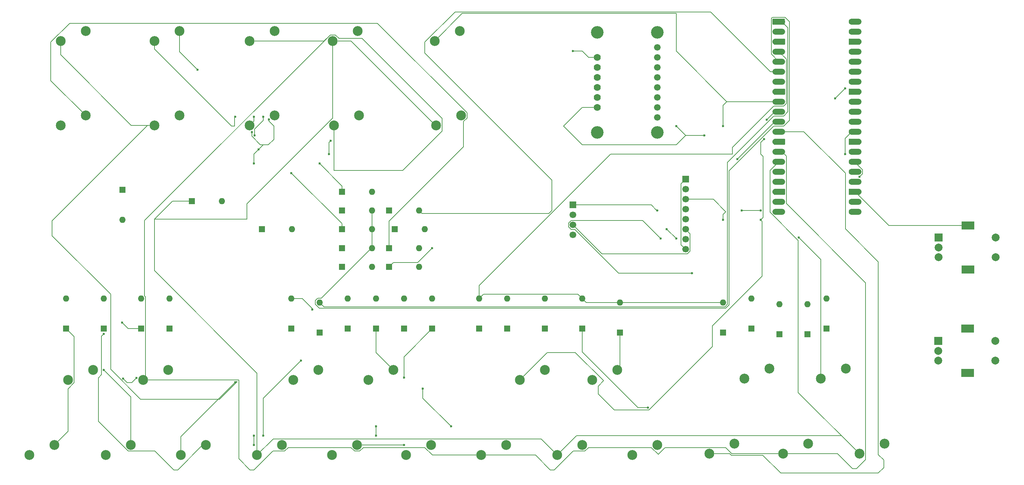
<source format=gbr>
%TF.GenerationSoftware,KiCad,Pcbnew,9.0.5*%
%TF.CreationDate,2025-10-11T12:45:19-04:00*%
%TF.ProjectId,midikeyboard,6d696469-6b65-4796-926f-6172642e6b69,rev?*%
%TF.SameCoordinates,Original*%
%TF.FileFunction,Copper,L1,Top*%
%TF.FilePolarity,Positive*%
%FSLAX46Y46*%
G04 Gerber Fmt 4.6, Leading zero omitted, Abs format (unit mm)*
G04 Created by KiCad (PCBNEW 9.0.5) date 2025-10-11 12:45:19*
%MOMM*%
%LPD*%
G01*
G04 APERTURE LIST*
G04 Aperture macros list*
%AMRoundRect*
0 Rectangle with rounded corners*
0 $1 Rounding radius*
0 $2 $3 $4 $5 $6 $7 $8 $9 X,Y pos of 4 corners*
0 Add a 4 corners polygon primitive as box body*
4,1,4,$2,$3,$4,$5,$6,$7,$8,$9,$2,$3,0*
0 Add four circle primitives for the rounded corners*
1,1,$1+$1,$2,$3*
1,1,$1+$1,$4,$5*
1,1,$1+$1,$6,$7*
1,1,$1+$1,$8,$9*
0 Add four rect primitives between the rounded corners*
20,1,$1+$1,$2,$3,$4,$5,0*
20,1,$1+$1,$4,$5,$6,$7,0*
20,1,$1+$1,$6,$7,$8,$9,0*
20,1,$1+$1,$8,$9,$2,$3,0*%
%AMFreePoly0*
4,1,37,0.800000,0.796148,0.878414,0.796148,1.032228,0.765552,1.177117,0.705537,1.307515,0.618408,1.418408,0.507515,1.505537,0.377117,1.565552,0.232228,1.596148,0.078414,1.596148,-0.078414,1.565552,-0.232228,1.505537,-0.377117,1.418408,-0.507515,1.307515,-0.618408,1.177117,-0.705537,1.032228,-0.765552,0.878414,-0.796148,0.800000,-0.796148,0.800000,-0.800000,-1.400000,-0.800000,
-1.403843,-0.796157,-1.439018,-0.796157,-1.511114,-0.766294,-1.566294,-0.711114,-1.596157,-0.639018,-1.596157,-0.603843,-1.600000,-0.600000,-1.600000,0.600000,-1.596157,0.603843,-1.596157,0.639018,-1.566294,0.711114,-1.511114,0.766294,-1.439018,0.796157,-1.403843,0.796157,-1.400000,0.800000,0.800000,0.800000,0.800000,0.796148,0.800000,0.796148,$1*%
%AMFreePoly1*
4,1,37,1.403843,0.796157,1.439018,0.796157,1.511114,0.766294,1.566294,0.711114,1.596157,0.639018,1.596157,0.603843,1.600000,0.600000,1.600000,-0.600000,1.596157,-0.603843,1.596157,-0.639018,1.566294,-0.711114,1.511114,-0.766294,1.439018,-0.796157,1.403843,-0.796157,1.400000,-0.800000,-0.800000,-0.800000,-0.800000,-0.796148,-0.878414,-0.796148,-1.032228,-0.765552,-1.177117,-0.705537,
-1.307515,-0.618408,-1.418408,-0.507515,-1.505537,-0.377117,-1.565552,-0.232228,-1.596148,-0.078414,-1.596148,0.078414,-1.565552,0.232228,-1.505537,0.377117,-1.418408,0.507515,-1.307515,0.618408,-1.177117,0.705537,-1.032228,0.765552,-0.878414,0.796148,-0.800000,0.796148,-0.800000,0.800000,1.400000,0.800000,1.403843,0.796157,1.403843,0.796157,$1*%
%AMFreePoly2*
4,1,37,0.603843,0.796157,0.639018,0.796157,0.711114,0.766294,0.766294,0.711114,0.796157,0.639018,0.796157,0.603843,0.800000,0.600000,0.800000,-0.600000,0.796157,-0.603843,0.796157,-0.639018,0.766294,-0.711114,0.711114,-0.766294,0.639018,-0.796157,0.603843,-0.796157,0.600000,-0.800000,0.000000,-0.800000,0.000000,-0.796148,-0.078414,-0.796148,-0.232228,-0.765552,-0.377117,-0.705537,
-0.507515,-0.618408,-0.618408,-0.507515,-0.705537,-0.377117,-0.765552,-0.232228,-0.796148,-0.078414,-0.796148,0.078414,-0.765552,0.232228,-0.705537,0.377117,-0.618408,0.507515,-0.507515,0.618408,-0.377117,0.705537,-0.232228,0.765552,-0.078414,0.796148,0.000000,0.796148,0.000000,0.800000,0.600000,0.800000,0.603843,0.796157,0.603843,0.796157,$1*%
%AMFreePoly3*
4,1,37,0.000000,0.796148,0.078414,0.796148,0.232228,0.765552,0.377117,0.705537,0.507515,0.618408,0.618408,0.507515,0.705537,0.377117,0.765552,0.232228,0.796148,0.078414,0.796148,-0.078414,0.765552,-0.232228,0.705537,-0.377117,0.618408,-0.507515,0.507515,-0.618408,0.377117,-0.705537,0.232228,-0.765552,0.078414,-0.796148,0.000000,-0.796148,0.000000,-0.800000,-0.600000,-0.800000,
-0.603843,-0.796157,-0.639018,-0.796157,-0.711114,-0.766294,-0.766294,-0.711114,-0.796157,-0.639018,-0.796157,-0.603843,-0.800000,-0.600000,-0.800000,0.600000,-0.796157,0.603843,-0.796157,0.639018,-0.766294,0.711114,-0.711114,0.766294,-0.639018,0.796157,-0.603843,0.796157,-0.600000,0.800000,0.000000,0.800000,0.000000,0.796148,0.000000,0.796148,$1*%
G04 Aperture macros list end*
%TA.AperFunction,ComponentPad*%
%ADD10C,2.500000*%
%TD*%
%TA.AperFunction,ComponentPad*%
%ADD11R,1.600000X1.600000*%
%TD*%
%TA.AperFunction,ComponentPad*%
%ADD12O,1.600000X1.600000*%
%TD*%
%TA.AperFunction,ComponentPad*%
%ADD13R,2.000000X2.000000*%
%TD*%
%TA.AperFunction,ComponentPad*%
%ADD14C,2.000000*%
%TD*%
%TA.AperFunction,ComponentPad*%
%ADD15R,3.200000X2.000000*%
%TD*%
%TA.AperFunction,ComponentPad*%
%ADD16C,1.676400*%
%TD*%
%TA.AperFunction,ComponentPad*%
%ADD17C,1.778000*%
%TD*%
%TA.AperFunction,ComponentPad*%
%ADD18C,3.200000*%
%TD*%
%TA.AperFunction,ComponentPad*%
%ADD19R,1.700000X1.700000*%
%TD*%
%TA.AperFunction,ComponentPad*%
%ADD20C,1.700000*%
%TD*%
%TA.AperFunction,SMDPad,CuDef*%
%ADD21FreePoly0,0.000000*%
%TD*%
%TA.AperFunction,ComponentPad*%
%ADD22RoundRect,0.200000X-0.600000X-0.600000X0.600000X-0.600000X0.600000X0.600000X-0.600000X0.600000X0*%
%TD*%
%TA.AperFunction,SMDPad,CuDef*%
%ADD23RoundRect,0.800000X-0.800000X-0.000010X0.800000X-0.000010X0.800000X0.000010X-0.800000X0.000010X0*%
%TD*%
%TA.AperFunction,ComponentPad*%
%ADD24C,1.600000*%
%TD*%
%TA.AperFunction,SMDPad,CuDef*%
%ADD25FreePoly1,0.000000*%
%TD*%
%TA.AperFunction,ComponentPad*%
%ADD26FreePoly2,0.000000*%
%TD*%
%TA.AperFunction,ComponentPad*%
%ADD27FreePoly3,0.000000*%
%TD*%
%TA.AperFunction,ViaPad*%
%ADD28C,0.600000*%
%TD*%
%TA.AperFunction,Conductor*%
%ADD29C,0.200000*%
%TD*%
G04 APERTURE END LIST*
D10*
%TO.P,S19,1,1*%
%TO.N,col0*%
X205422500Y-130810000D03*
%TO.P,S19,2,2*%
%TO.N,Net-(D19-K)*%
X211772500Y-128270000D03*
%TD*%
D11*
%TO.P,D29,1,K*%
%TO.N,Net-(D29-K)*%
X103346250Y-83343750D03*
D12*
%TO.P,D29,2,A*%
%TO.N,row4*%
X110966250Y-83343750D03*
%TD*%
D10*
%TO.P,S20,1,1*%
%TO.N,col1*%
X224790000Y-130810000D03*
%TO.P,S20,2,2*%
%TO.N,Net-(D20-K)*%
X231140000Y-128270000D03*
%TD*%
D11*
%TO.P,D9,1,K*%
%TO.N,Net-(D9-K)*%
X104775000Y-118110000D03*
D12*
%TO.P,D9,2,A*%
%TO.N,row1*%
X104775000Y-110490000D03*
%TD*%
D10*
%TO.P,S15,1,1*%
%TO.N,col2*%
X166846250Y-131127500D03*
%TO.P,S15,2,2*%
%TO.N,Net-(D15-K)*%
X173196250Y-128587500D03*
%TD*%
%TO.P,S27,1,1*%
%TO.N,col2*%
X55721250Y-66516250D03*
%TO.P,S27,2,2*%
%TO.N,Net-(D27-K)*%
X62071250Y-63976250D03*
%TD*%
%TO.P,S21,1,1*%
%TO.N,col2*%
X31908750Y-45085000D03*
%TO.P,S21,2,2*%
%TO.N,Net-(D21-K)*%
X38258750Y-42545000D03*
%TD*%
D11*
%TO.P,D8,1,K*%
%TO.N,Net-(D8-K)*%
X119062500Y-118110000D03*
D12*
%TO.P,D8,2,A*%
%TO.N,row1*%
X119062500Y-110490000D03*
%TD*%
D13*
%TO.P,SW2,A,A*%
%TO.N,a2*%
X254581250Y-121206250D03*
D14*
%TO.P,SW2,B,B*%
%TO.N,b2*%
X254581250Y-126206250D03*
%TO.P,SW2,C,C*%
%TO.N,GND*%
X254581250Y-123706250D03*
D15*
%TO.P,SW2,MP,MP*%
X262081250Y-118106250D03*
X262081250Y-129306250D03*
D14*
%TO.P,SW2,S1,S1*%
%TO.N,2s1*%
X269081250Y-126206250D03*
%TO.P,SW2,S2,S2*%
%TO.N,2s2*%
X269081250Y-121206250D03*
%TD*%
D10*
%TO.P,S1,1,1*%
%TO.N,col0*%
X23971250Y-150177500D03*
%TO.P,S1,2,2*%
%TO.N,Net-(D1-K)*%
X30321250Y-147637500D03*
%TD*%
D11*
%TO.P,D28,1,K*%
%TO.N,Net-(D28-K)*%
X115252500Y-88106250D03*
D12*
%TO.P,D28,2,A*%
%TO.N,row4*%
X122872500Y-88106250D03*
%TD*%
D16*
%TO.P,U1,1,CPVDD*%
%TO.N,unconnected-(U1-CPVDD-Pad1)*%
X183356250Y-64452500D03*
%TO.P,U1,2,CAPP*%
%TO.N,unconnected-(U1-CAPP-Pad2)*%
X183356250Y-61912500D03*
%TO.P,U1,3,CPGND*%
%TO.N,GND*%
X183356250Y-59372500D03*
%TO.P,U1,4,CAPM*%
%TO.N,unconnected-(U1-CAPM-Pad4)*%
X183356250Y-56832500D03*
%TO.P,U1,5,VNEG*%
%TO.N,unconnected-(U1-VNEG-Pad5)*%
X183356250Y-54292500D03*
%TO.P,U1,6,OUTL*%
%TO.N,unconnected-(U1-OUTL-Pad6)*%
X183356250Y-51752500D03*
%TO.P,U1,7,OUTR*%
%TO.N,unconnected-(U1-OUTR-Pad7)*%
X183356250Y-49212500D03*
%TO.P,U1,8,AVDD*%
%TO.N,unconnected-(U1-AVDD-Pad8)*%
X183356250Y-46672500D03*
D17*
%TO.P,U1,9,AGND*%
%TO.N,GND*%
X168116250Y-61912500D03*
%TO.P,U1,10,DEMP*%
%TO.N,unconnected-(U1-DEMP-Pad10)*%
X168116250Y-59372500D03*
%TO.P,U1,11,FLT*%
%TO.N,unconnected-(U1-FLT-Pad11)*%
X168116250Y-56832500D03*
%TO.P,U1,12,SCK*%
%TO.N,unconnected-(U1-SCK-Pad12)*%
X168116250Y-54292500D03*
%TO.P,U1,13,BCK*%
%TO.N,BCK*%
X168116250Y-51752500D03*
%TO.P,U1,14,DIN*%
%TO.N,din*%
X168116250Y-49212500D03*
D18*
%TO.P,U1,P1*%
%TO.N,N/C*%
X168116250Y-68262500D03*
X183356250Y-68262500D03*
X168116250Y-42862500D03*
X183356250Y-42862500D03*
%TD*%
D10*
%TO.P,S6,1,1*%
%TO.N,col5*%
X81756250Y-150177500D03*
%TO.P,S6,2,2*%
%TO.N,Net-(D6-K)*%
X88106250Y-147637500D03*
%TD*%
%TO.P,S29,1,1*%
%TO.N,col4*%
X101282500Y-66516250D03*
%TO.P,S29,2,2*%
%TO.N,Net-(D29-K)*%
X107632500Y-63976250D03*
%TD*%
D19*
%TO.P,J1,1,Pin_1*%
%TO.N,+3V3*%
X190500000Y-80168750D03*
D20*
%TO.P,J1,2,Pin_2*%
%TO.N,GND*%
X190500000Y-82708750D03*
%TO.P,J1,3,Pin_3*%
%TO.N,CS_LCD*%
X190500000Y-85248750D03*
%TO.P,J1,4,Pin_4*%
%TO.N,RST*%
X190500000Y-87788750D03*
%TO.P,J1,5,Pin_5*%
%TO.N,A0*%
X190500000Y-90328750D03*
%TO.P,J1,6,Pin_6*%
%TO.N,MOSI*%
X190500000Y-92868750D03*
%TO.P,J1,7,Pin_7*%
%TO.N,SCK*%
X190500000Y-95408750D03*
%TO.P,J1,8,Pin_8*%
%TO.N,+3V3*%
X190500000Y-97948750D03*
%TD*%
D11*
%TO.P,D18,1,K*%
%TO.N,Net-(D18-K)*%
X214312500Y-119538750D03*
D12*
%TO.P,D18,2,A*%
%TO.N,row2*%
X214312500Y-111918750D03*
%TD*%
D10*
%TO.P,S11,1,1*%
%TO.N,col4*%
X138588750Y-150177500D03*
%TO.P,S11,2,2*%
%TO.N,Net-(D11-K)*%
X144938750Y-147637500D03*
%TD*%
D11*
%TO.P,D10,1,K*%
%TO.N,Net-(D10-K)*%
X111918750Y-118110000D03*
D12*
%TO.P,D10,2,A*%
%TO.N,row1*%
X111918750Y-110490000D03*
%TD*%
D10*
%TO.P,S13,1,1*%
%TO.N,col0*%
X177006250Y-150177500D03*
%TO.P,S13,2,2*%
%TO.N,Net-(D13-K)*%
X183356250Y-147637500D03*
%TD*%
D11*
%TO.P,D32,1,K*%
%TO.N,col5*%
X83026250Y-92868750D03*
D12*
%TO.P,D32,2,A*%
%TO.N,2S2*%
X90646250Y-92868750D03*
%TD*%
D13*
%TO.P,SW1,A,A*%
%TO.N,a1*%
X254687500Y-94975063D03*
D14*
%TO.P,SW1,B,B*%
%TO.N,b1*%
X254687500Y-99975063D03*
%TO.P,SW1,C,C*%
%TO.N,GND*%
X254687500Y-97475063D03*
D15*
%TO.P,SW1,MP,MP*%
X262187500Y-91875063D03*
X262187500Y-103075063D03*
D14*
%TO.P,SW1,S1,S1*%
%TO.N,1s1*%
X269187500Y-99975063D03*
%TO.P,SW1,S2,S2*%
%TO.N,1s2*%
X269187500Y-94975063D03*
%TD*%
D11*
%TO.P,D1,1,K*%
%TO.N,Net-(D1-K)*%
X33337500Y-118110000D03*
D12*
%TO.P,D1,2,A*%
%TO.N,row0*%
X33337500Y-110490000D03*
%TD*%
D11*
%TO.P,D25,1,K*%
%TO.N,Net-(D25-K)*%
X115252500Y-102393750D03*
D12*
%TO.P,D25,2,A*%
%TO.N,row4*%
X122872500Y-102393750D03*
%TD*%
D11*
%TO.P,D13,1,K*%
%TO.N,Net-(D13-K)*%
X164306250Y-118110000D03*
D12*
%TO.P,D13,2,A*%
%TO.N,row2*%
X164306250Y-110490000D03*
%TD*%
D10*
%TO.P,S30,1,1*%
%TO.N,col5*%
X127158750Y-66516250D03*
%TO.P,S30,2,2*%
%TO.N,Net-(D30-K)*%
X133508750Y-63976250D03*
%TD*%
%TO.P,S16,1,1*%
%TO.N,col3*%
X196532500Y-149860000D03*
%TO.P,S16,2,2*%
%TO.N,Net-(D16-K)*%
X202882500Y-147320000D03*
%TD*%
D11*
%TO.P,D23,1,K*%
%TO.N,Net-(D23-K)*%
X103346250Y-97631250D03*
D12*
%TO.P,D23,2,A*%
%TO.N,row3*%
X110966250Y-97631250D03*
%TD*%
D10*
%TO.P,S22,1,1*%
%TO.N,col3*%
X55721250Y-45085000D03*
%TO.P,S22,2,2*%
%TO.N,Net-(D22-K)*%
X62071250Y-42545000D03*
%TD*%
%TO.P,S26,1,1*%
%TO.N,col1*%
X31908750Y-66516250D03*
%TO.P,S26,2,2*%
%TO.N,Net-(D26-K)*%
X38258750Y-63976250D03*
%TD*%
D11*
%TO.P,D4,1,K*%
%TO.N,Net-(D4-K)*%
X42862500Y-118110000D03*
D12*
%TO.P,D4,2,A*%
%TO.N,row0*%
X42862500Y-110490000D03*
%TD*%
D10*
%TO.P,S8,1,1*%
%TO.N,col1*%
X119538750Y-150177500D03*
%TO.P,S8,2,2*%
%TO.N,Net-(D8-K)*%
X125888750Y-147637500D03*
%TD*%
D11*
%TO.P,D7,1,K*%
%TO.N,Net-(D7-K)*%
X126206250Y-118110000D03*
D12*
%TO.P,D7,2,A*%
%TO.N,row1*%
X126206250Y-110490000D03*
%TD*%
D11*
%TO.P,D6,1,K*%
%TO.N,Net-(D6-K)*%
X97631250Y-119062500D03*
D12*
%TO.P,D6,2,A*%
%TO.N,row0*%
X97631250Y-111442500D03*
%TD*%
D11*
%TO.P,D2,1,K*%
%TO.N,Net-(D2-K)*%
X59531250Y-118110000D03*
D12*
%TO.P,D2,2,A*%
%TO.N,row0*%
X59531250Y-110490000D03*
%TD*%
D11*
%TO.P,D20,1,K*%
%TO.N,Net-(D20-K)*%
X226218750Y-118110000D03*
D12*
%TO.P,D20,2,A*%
%TO.N,row3*%
X226218750Y-110490000D03*
%TD*%
D19*
%TO.P,J2,1,Pin_1*%
%TO.N,SCK*%
X161925000Y-86677500D03*
D20*
%TO.P,J2,2,Pin_2*%
%TO.N,MISO*%
X161925000Y-89217500D03*
%TO.P,J2,3,Pin_3*%
%TO.N,MOSI*%
X161925000Y-91757500D03*
%TO.P,J2,4,Pin_4*%
%TO.N,CS_SD*%
X161925000Y-94297500D03*
%TD*%
D11*
%TO.P,D12,1,K*%
%TO.N,Net-(D12-K)*%
X154781250Y-118110000D03*
D12*
%TO.P,D12,2,A*%
%TO.N,row1*%
X154781250Y-110490000D03*
%TD*%
D10*
%TO.P,S18,1,1*%
%TO.N,col5*%
X234632500Y-149860000D03*
%TO.P,S18,2,2*%
%TO.N,Net-(D18-K)*%
X240982500Y-147320000D03*
%TD*%
D11*
%TO.P,D26,1,K*%
%TO.N,Net-(D26-K)*%
X115252500Y-97631250D03*
D12*
%TO.P,D26,2,A*%
%TO.N,row4*%
X122872500Y-97631250D03*
%TD*%
D10*
%TO.P,S17,1,1*%
%TO.N,col4*%
X215265000Y-149860000D03*
%TO.P,S17,2,2*%
%TO.N,Net-(D17-K)*%
X221615000Y-147320000D03*
%TD*%
D11*
%TO.P,D19,1,K*%
%TO.N,Net-(D19-K)*%
X221456250Y-119538750D03*
D12*
%TO.P,D19,2,A*%
%TO.N,row3*%
X221456250Y-111918750D03*
%TD*%
D10*
%TO.P,S12,1,1*%
%TO.N,col5*%
X157956250Y-150177500D03*
%TO.P,S12,2,2*%
%TO.N,Net-(D12-K)*%
X164306250Y-147637500D03*
%TD*%
D11*
%TO.P,D31,1,K*%
%TO.N,col5*%
X65246250Y-85725000D03*
D12*
%TO.P,D31,2,A*%
%TO.N,1S2*%
X72866250Y-85725000D03*
%TD*%
D10*
%TO.P,S24,1,1*%
%TO.N,col5*%
X100965000Y-45085000D03*
%TO.P,S24,2,2*%
%TO.N,Net-(D24-K)*%
X107315000Y-42545000D03*
%TD*%
D11*
%TO.P,D21,1,K*%
%TO.N,Net-(D21-K)*%
X103346250Y-88106250D03*
D12*
%TO.P,D21,2,A*%
%TO.N,row3*%
X110966250Y-88106250D03*
%TD*%
D11*
%TO.P,D14,1,K*%
%TO.N,Net-(D14-K)*%
X138112500Y-118110000D03*
D12*
%TO.P,D14,2,A*%
%TO.N,row2*%
X138112500Y-110490000D03*
%TD*%
D10*
%TO.P,S5,1,1*%
%TO.N,col4*%
X52863750Y-131127500D03*
%TO.P,S5,2,2*%
%TO.N,Net-(D5-K)*%
X59213750Y-128587500D03*
%TD*%
D11*
%TO.P,D22,1,K*%
%TO.N,Net-(D22-K)*%
X103346250Y-92868750D03*
D12*
%TO.P,D22,2,A*%
%TO.N,row3*%
X110966250Y-92868750D03*
%TD*%
D10*
%TO.P,S25,1,1*%
%TO.N,col0*%
X126841250Y-45085000D03*
%TO.P,S25,2,2*%
%TO.N,Net-(D25-K)*%
X133191250Y-42545000D03*
%TD*%
%TO.P,S4,1,1*%
%TO.N,col3*%
X33813750Y-131127500D03*
%TO.P,S4,2,2*%
%TO.N,Net-(D4-K)*%
X40163750Y-128587500D03*
%TD*%
%TO.P,S7,1,1*%
%TO.N,col0*%
X100806250Y-150177500D03*
%TO.P,S7,2,2*%
%TO.N,Net-(D7-K)*%
X107156250Y-147637500D03*
%TD*%
D11*
%TO.P,D3,1,K*%
%TO.N,Net-(D3-K)*%
X52387500Y-118110000D03*
D12*
%TO.P,D3,2,A*%
%TO.N,row0*%
X52387500Y-110490000D03*
%TD*%
D11*
%TO.P,D17,1,K*%
%TO.N,Net-(D17-K)*%
X207168750Y-118110000D03*
D12*
%TO.P,D17,2,A*%
%TO.N,row2*%
X207168750Y-110490000D03*
%TD*%
D11*
%TO.P,D24,1,K*%
%TO.N,Net-(D24-K)*%
X103346250Y-102393750D03*
D12*
%TO.P,D24,2,A*%
%TO.N,row3*%
X110966250Y-102393750D03*
%TD*%
D10*
%TO.P,S23,1,1*%
%TO.N,col4*%
X79851250Y-45085000D03*
%TO.P,S23,2,2*%
%TO.N,Net-(D23-K)*%
X86201250Y-42545000D03*
%TD*%
D11*
%TO.P,D27,1,K*%
%TO.N,Net-(D27-K)*%
X116681250Y-92868750D03*
D12*
%TO.P,D27,2,A*%
%TO.N,row4*%
X124301250Y-92868750D03*
%TD*%
D10*
%TO.P,S10,1,1*%
%TO.N,col3*%
X110013750Y-131127500D03*
%TO.P,S10,2,2*%
%TO.N,Net-(D10-K)*%
X116363750Y-128587500D03*
%TD*%
D11*
%TO.P,D11,1,K*%
%TO.N,Net-(D11-K)*%
X145256250Y-118110000D03*
D12*
%TO.P,D11,2,A*%
%TO.N,row1*%
X145256250Y-110490000D03*
%TD*%
D11*
%TO.P,D15,1,K*%
%TO.N,Net-(D15-K)*%
X173831250Y-119062500D03*
D12*
%TO.P,D15,2,A*%
%TO.N,row2*%
X173831250Y-111442500D03*
%TD*%
D10*
%TO.P,S14,1,1*%
%TO.N,col1*%
X148431250Y-131127500D03*
%TO.P,S14,2,2*%
%TO.N,Net-(D14-K)*%
X154781250Y-128587500D03*
%TD*%
D11*
%TO.P,D5,1,K*%
%TO.N,Net-(D5-K)*%
X90487500Y-118110000D03*
D12*
%TO.P,D5,2,A*%
%TO.N,row0*%
X90487500Y-110490000D03*
%TD*%
D10*
%TO.P,S9,1,1*%
%TO.N,col2*%
X90963750Y-131127500D03*
%TO.P,S9,2,2*%
%TO.N,Net-(D9-K)*%
X97313750Y-128587500D03*
%TD*%
%TO.P,S3,1,1*%
%TO.N,col2*%
X62388750Y-150177500D03*
%TO.P,S3,2,2*%
%TO.N,Net-(D3-K)*%
X68738750Y-147637500D03*
%TD*%
%TO.P,S2,1,1*%
%TO.N,col1*%
X43338750Y-150177500D03*
%TO.P,S2,2,2*%
%TO.N,Net-(D2-K)*%
X49688750Y-147637500D03*
%TD*%
D21*
%TO.P,A1,1,GPIO0*%
%TO.N,row0*%
X214147500Y-40163750D03*
D22*
X214947500Y-40163750D03*
D23*
%TO.P,A1,2,GPIO1*%
%TO.N,row1*%
X214147500Y-42703750D03*
D24*
X214947500Y-42703750D03*
D25*
%TO.P,A1,3,GND*%
%TO.N,GND*%
X214147500Y-45243750D03*
D26*
X214947500Y-45243750D03*
D23*
%TO.P,A1,4,GPIO2*%
%TO.N,row2*%
X214147500Y-47783750D03*
D24*
X214947500Y-47783750D03*
D23*
%TO.P,A1,5,GPIO3*%
%TO.N,row3*%
X214147500Y-50323750D03*
D24*
X214947500Y-50323750D03*
D23*
%TO.P,A1,6,GPIO4*%
%TO.N,row4*%
X214147500Y-52863750D03*
D24*
X214947500Y-52863750D03*
D23*
%TO.P,A1,7,GPIO5*%
%TO.N,2S1*%
X214147500Y-55403750D03*
D24*
X214947500Y-55403750D03*
D25*
%TO.P,A1,8,GND*%
%TO.N,GND*%
X214147500Y-57943750D03*
D26*
X214947500Y-57943750D03*
D23*
%TO.P,A1,9,GPIO6*%
%TO.N,col0*%
X214147500Y-60483750D03*
D24*
X214947500Y-60483750D03*
D23*
%TO.P,A1,10,GPIO7*%
%TO.N,col1*%
X214147500Y-63023750D03*
D24*
X214947500Y-63023750D03*
D23*
%TO.P,A1,11,GPIO8*%
%TO.N,col2*%
X214147500Y-65563750D03*
D24*
X214947500Y-65563750D03*
D23*
%TO.P,A1,12,GPIO9*%
%TO.N,col3*%
X214147500Y-68103750D03*
D24*
X214947500Y-68103750D03*
D25*
%TO.P,A1,13,GND*%
%TO.N,GND*%
X214147500Y-70643750D03*
D26*
X214947500Y-70643750D03*
D23*
%TO.P,A1,14,GPIO10*%
%TO.N,col4*%
X214147500Y-73183750D03*
D24*
X214947500Y-73183750D03*
D23*
%TO.P,A1,15,GPIO11*%
%TO.N,col5*%
X214147500Y-75723750D03*
D24*
X214947500Y-75723750D03*
D23*
%TO.P,A1,16,GPIO12*%
%TO.N,1S1*%
X214147500Y-78263750D03*
D24*
X214947500Y-78263750D03*
D23*
%TO.P,A1,17,GPIO13*%
%TO.N,AO*%
X214147500Y-80803750D03*
D24*
X214947500Y-80803750D03*
D25*
%TO.P,A1,18,GND*%
%TO.N,GND*%
X214147500Y-83343750D03*
D26*
X214947500Y-83343750D03*
D23*
%TO.P,A1,19,GPIO14*%
%TO.N,unconnected-(A1-GPIO14-Pad19)*%
X214147500Y-85883750D03*
D24*
X214947500Y-85883750D03*
D23*
%TO.P,A1,20,GPIO15*%
%TO.N,CS_LCD*%
X214147500Y-88423750D03*
D24*
X214947500Y-88423750D03*
%TO.P,A1,21,GPIO16*%
%TO.N,unconnected-(A1-GPIO16-Pad21)*%
X232727500Y-88423750D03*
D23*
X233527500Y-88423750D03*
D24*
%TO.P,A1,22,GPIO17*%
%TO.N,a1*%
X232727500Y-85883750D03*
D23*
X233527500Y-85883750D03*
D27*
%TO.P,A1,23,GND*%
%TO.N,GND*%
X232727500Y-83343750D03*
D21*
X233527500Y-83343750D03*
D24*
%TO.P,A1,24,GPIO18*%
%TO.N,sck*%
X232727500Y-80803750D03*
D23*
X233527500Y-80803750D03*
D24*
%TO.P,A1,25,GPIO19*%
%TO.N,mosi*%
X232727500Y-78263750D03*
D23*
X233527500Y-78263750D03*
D24*
%TO.P,A1,26,GPIO20*%
%TO.N,b1*%
X232727500Y-75723750D03*
D23*
X233527500Y-75723750D03*
D24*
%TO.P,A1,27,GPIO21*%
%TO.N,a2*%
X232727500Y-73183750D03*
D23*
X233527500Y-73183750D03*
D27*
%TO.P,A1,28,GND*%
%TO.N,GND*%
X232727500Y-70643750D03*
D21*
X233527500Y-70643750D03*
D24*
%TO.P,A1,29,GPIO22*%
%TO.N,b2*%
X232727500Y-68103750D03*
D23*
X233527500Y-68103750D03*
D24*
%TO.P,A1,30,RUN*%
%TO.N,unconnected-(A1-RUN-Pad30)*%
X232727500Y-65563750D03*
D23*
X233527500Y-65563750D03*
D24*
%TO.P,A1,31,GPIO26_ADC0*%
%TO.N,BCK*%
X232727500Y-63023750D03*
D23*
X233527500Y-63023750D03*
D24*
%TO.P,A1,32,GPIO27_ADC1*%
%TO.N,LRCK*%
X232727500Y-60483750D03*
D23*
X233527500Y-60483750D03*
D27*
%TO.P,A1,33,AGND*%
%TO.N,unconnected-(A1-AGND-Pad33)*%
X232727500Y-57943750D03*
D21*
X233527500Y-57943750D03*
D24*
%TO.P,A1,34,GPIO28_ADC2*%
%TO.N,din*%
X232727500Y-55403750D03*
D23*
X233527500Y-55403750D03*
D24*
%TO.P,A1,35,ADC_VREF*%
%TO.N,unconnected-(A1-ADC_VREF-Pad35)*%
X232727500Y-52863750D03*
D23*
X233527500Y-52863750D03*
D24*
%TO.P,A1,36,3V3*%
%TO.N,unconnected-(A1-3V3-Pad36)*%
X232727500Y-50323750D03*
D23*
X233527500Y-50323750D03*
D24*
%TO.P,A1,37,3V3_EN*%
%TO.N,unconnected-(A1-3V3_EN-Pad37)*%
X232727500Y-47783750D03*
D23*
X233527500Y-47783750D03*
D27*
%TO.P,A1,38,GND*%
%TO.N,GND*%
X232727500Y-45243750D03*
D21*
X233527500Y-45243750D03*
D24*
%TO.P,A1,39,VSYS*%
%TO.N,unconnected-(A1-VSYS-Pad39)*%
X232727500Y-42703750D03*
D23*
X233527500Y-42703750D03*
D24*
%TO.P,A1,40,VBUS*%
%TO.N,unconnected-(A1-VBUS-Pad40)*%
X232727500Y-40163750D03*
D23*
X233527500Y-40163750D03*
%TD*%
D10*
%TO.P,S28,1,1*%
%TO.N,col3*%
X79851250Y-66516250D03*
%TO.P,S28,2,2*%
%TO.N,Net-(D28-K)*%
X86201250Y-63976250D03*
%TD*%
D11*
%TO.P,D30,1,K*%
%TO.N,Net-(D30-K)*%
X47625000Y-82867500D03*
D12*
%TO.P,D30,2,A*%
%TO.N,row4*%
X47625000Y-90487500D03*
%TD*%
D11*
%TO.P,D16,1,K*%
%TO.N,Net-(D16-K)*%
X200025000Y-119062500D03*
D12*
%TO.P,D16,2,A*%
%TO.N,row2*%
X200025000Y-111442500D03*
%TD*%
D28*
%TO.N,b2*%
X230981250Y-73818750D03*
%TO.N,din*%
X230981250Y-57150000D03*
X161925000Y-47625000D03*
X228493235Y-59638015D03*
%TO.N,GND*%
X188118750Y-66675000D03*
X195262500Y-69056250D03*
%TO.N,row0*%
X95784447Y-113289303D03*
%TO.N,CS_LCD*%
X209550000Y-88106250D03*
X200025000Y-90487500D03*
X204787500Y-88106250D03*
%TO.N,col2*%
X203647585Y-75060085D03*
X76200000Y-131727500D03*
%TO.N,col0*%
X184206193Y-95250000D03*
X200025000Y-66675000D03*
X192114890Y-104008640D03*
%TO.N,b1*%
X234666817Y-79522277D03*
%TO.N,col1*%
X210449240Y-69955490D03*
X211104922Y-65062750D03*
X209550000Y-90487500D03*
X219199265Y-94984035D03*
%TO.N,col3*%
X76200000Y-64293750D03*
X80962500Y-64293750D03*
%TO.N,Net-(D2-K)*%
X47817352Y-130776398D03*
X51203552Y-130574101D03*
X42862500Y-128587500D03*
%TO.N,Net-(D3-K)*%
X47518235Y-116574485D03*
X42862500Y-119410002D03*
%TO.N,Net-(D6-K)*%
X92868750Y-126206250D03*
X83343750Y-145256250D03*
X80962500Y-145256250D03*
X80962500Y-147637500D03*
%TO.N,Net-(D7-K)*%
X119062500Y-130527500D03*
X111918750Y-145256250D03*
X119062500Y-147637500D03*
X111918750Y-142875000D03*
%TO.N,Net-(D8-K)*%
X123825000Y-133350000D03*
X130968750Y-142875000D03*
%TO.N,Net-(D13-K)*%
X180975000Y-138112500D03*
%TO.N,Net-(D22-K)*%
X81111250Y-69056250D03*
X66675000Y-52387500D03*
X90487500Y-78581250D03*
X83343750Y-64293750D03*
%TO.N,Net-(D25-K)*%
X126206250Y-97631250D03*
%TO.N,Net-(D27-K)*%
X84745160Y-64946977D03*
X80962500Y-76200000D03*
X82153125Y-72628125D03*
X80451250Y-68210541D03*
%TO.N,Net-(D29-K)*%
X100012500Y-73818750D03*
X100442806Y-70414727D03*
X97631250Y-76200000D03*
%TO.N,SCK*%
X188118750Y-95250000D03*
X185737500Y-92868750D03*
X183356250Y-88106250D03*
%TD*%
D29*
%TO.N,row4*%
X124345250Y-48132826D02*
X124345250Y-45387554D01*
X132033804Y-37699000D02*
X196904750Y-37699000D01*
X155795401Y-88906249D02*
X156595400Y-88106250D01*
X212069500Y-52863750D02*
X214947500Y-52863750D01*
X123672499Y-88906249D02*
X155795401Y-88906249D01*
X122872500Y-88106250D02*
X123672499Y-88906249D01*
X124345250Y-45387554D02*
X132033804Y-37699000D01*
X156595400Y-80382976D02*
X124345250Y-48132826D01*
X196904750Y-37699000D02*
X212069500Y-52863750D01*
X156595400Y-88106250D02*
X156595400Y-80382976D01*
%TO.N,b2*%
X230981250Y-69850000D02*
X232727500Y-68103750D01*
X230981250Y-73818750D02*
X230981250Y-69850000D01*
%TO.N,din*%
X165893750Y-49212500D02*
X168116250Y-49212500D01*
X230981250Y-57150000D02*
X228493235Y-59638015D01*
X161925000Y-47625000D02*
X164306250Y-47625000D01*
X164306250Y-47625000D02*
X165893750Y-49212500D01*
%TO.N,GND*%
X190500000Y-69056250D02*
X195262500Y-69056250D01*
X164306250Y-61912500D02*
X159543750Y-66675000D01*
X164306250Y-71437500D02*
X188118750Y-71437500D01*
X159543750Y-66675000D02*
X164306250Y-71437500D01*
X242058813Y-91875063D02*
X233527500Y-83343750D01*
X188118750Y-66675000D02*
X190500000Y-69056250D01*
X262187500Y-91875063D02*
X242058813Y-91875063D01*
X168116250Y-61912500D02*
X164306250Y-61912500D01*
X188118750Y-71437500D02*
X190500000Y-69056250D01*
%TO.N,row0*%
X215403550Y-64124750D02*
X216454500Y-63073800D01*
X216454500Y-63073800D02*
X216454500Y-41670750D01*
X93266574Y-110490000D02*
X95925162Y-113148588D01*
X93266574Y-110490000D02*
X95784447Y-113007873D01*
X95784447Y-113007873D02*
X95784447Y-113289303D01*
X200481050Y-112543500D02*
X201126000Y-111898550D01*
X97631250Y-111442500D02*
X98732250Y-112543500D01*
X212891450Y-64124750D02*
X215403550Y-64124750D01*
X98732250Y-112543500D02*
X200481050Y-112543500D01*
X201126000Y-111898550D02*
X201126000Y-75890200D01*
X216454500Y-41670750D02*
X214947500Y-40163750D01*
X90487500Y-110490000D02*
X93266574Y-110490000D01*
X201126000Y-75890200D02*
X212891450Y-64124750D01*
%TO.N,col5*%
X157956250Y-150177500D02*
X162877500Y-145256250D01*
X55721250Y-90328750D02*
X55721250Y-103346250D01*
X65246250Y-85725000D02*
X60325000Y-85725000D01*
X85847250Y-146086500D02*
X153865250Y-146086500D01*
X219075000Y-95708300D02*
X211931250Y-88564550D01*
X153865250Y-146086500D02*
X157956250Y-150177500D01*
X79216250Y-90328750D02*
X55721250Y-90328750D01*
X79216250Y-86389054D02*
X79216250Y-90328750D01*
X100965000Y-45085000D02*
X100965000Y-64640304D01*
X211931250Y-77940000D02*
X214147500Y-75723750D01*
X234632500Y-149860000D02*
X219075000Y-134302500D01*
X211931250Y-88564550D02*
X211931250Y-77940000D01*
X81756250Y-150177500D02*
X85847250Y-146086500D01*
X100965000Y-64640304D02*
X79216250Y-86389054D01*
X60325000Y-85725000D02*
X55721250Y-90328750D01*
X81756250Y-129381250D02*
X81756250Y-150177500D01*
X219075000Y-134302500D02*
X219075000Y-95708300D01*
X230028750Y-145256250D02*
X234632500Y-149860000D01*
X162877500Y-145256250D02*
X230028750Y-145256250D01*
X127012424Y-66516250D02*
X105581174Y-45085000D01*
X105581174Y-45085000D02*
X100965000Y-45085000D01*
X55721250Y-103346250D02*
X81756250Y-129381250D01*
%TO.N,col4*%
X216053500Y-86344800D02*
X216053500Y-74289750D01*
X106513804Y-149188500D02*
X107798696Y-149188500D01*
X215265000Y-149860000D02*
X229088674Y-149860000D01*
X216053500Y-74289750D02*
X214947500Y-73183750D01*
X101607446Y-43534000D02*
X100322554Y-43534000D01*
X138588750Y-150177500D02*
X152412424Y-150177500D01*
X80994076Y-153943500D02*
X85749076Y-149188500D01*
X152412424Y-150177500D02*
X156178424Y-153943500D01*
X85749076Y-149188500D02*
X88748696Y-149188500D01*
X128709750Y-67969076D02*
X128709750Y-64745924D01*
X157194076Y-153943500D02*
X161949076Y-149188500D01*
X232854674Y-153626000D02*
X233870326Y-153626000D01*
X236183500Y-106474800D02*
X216053500Y-86344800D01*
X126235304Y-150177500D02*
X138588750Y-150177500D01*
X165857250Y-148279946D02*
X181805250Y-148279946D01*
X53488500Y-110033950D02*
X53488500Y-130502750D01*
X101282500Y-66516250D02*
X101282500Y-77937316D01*
X77165250Y-131127500D02*
X77165250Y-151130326D01*
X79978424Y-153943500D02*
X80994076Y-153943500D01*
X233870326Y-153626000D02*
X236183500Y-151312826D01*
X52863750Y-131127500D02*
X77165250Y-131127500D01*
X53225250Y-109770700D02*
X53488500Y-110033950D01*
X236183500Y-151312826D02*
X236183500Y-106474800D01*
X229088674Y-149860000D02*
X232854674Y-153626000D01*
X183544054Y-150018750D02*
X185253804Y-148309000D01*
X98771554Y-45085000D02*
X100322554Y-43534000D01*
X181805250Y-148279946D02*
X183544054Y-150018750D01*
X161949076Y-149188500D02*
X164948696Y-149188500D01*
X200696500Y-148309000D02*
X202247500Y-149860000D01*
X108406380Y-44442554D02*
X102516000Y-44442554D01*
X100322554Y-43534000D02*
X53225250Y-90631304D01*
X128709750Y-64745924D02*
X108406380Y-44442554D01*
X101282500Y-77937316D02*
X118741510Y-77937316D01*
X164948696Y-149188500D02*
X165857250Y-148279946D01*
X156178424Y-153943500D02*
X157194076Y-153943500D01*
X185253804Y-148309000D02*
X200696500Y-148309000D01*
X88748696Y-149188500D02*
X89657250Y-148279946D01*
X108707250Y-148279946D02*
X124337750Y-148279946D01*
X89657250Y-148279946D02*
X105605250Y-148279946D01*
X107798696Y-149188500D02*
X108707250Y-148279946D01*
X79851250Y-45085000D02*
X98771554Y-45085000D01*
X53225250Y-90631304D02*
X53225250Y-109770700D01*
X118741510Y-77937316D02*
X128709750Y-67969076D01*
X202247500Y-149860000D02*
X215265000Y-149860000D01*
X77165250Y-151130326D02*
X79978424Y-153943500D01*
X102516000Y-44442554D02*
X101607446Y-43534000D01*
X105605250Y-148279946D02*
X106513804Y-149188500D01*
X124337750Y-148279946D02*
X126235304Y-150177500D01*
%TO.N,CS_LCD*%
X190500000Y-85248750D02*
X197550000Y-85248750D01*
X204787500Y-88106250D02*
X209550000Y-88106250D01*
X200725000Y-88423750D02*
X200025000Y-89123750D01*
X200025000Y-89123750D02*
X200025000Y-90487500D01*
X197550000Y-85248750D02*
X200725000Y-88423750D01*
%TO.N,col2*%
X53953484Y-66516250D02*
X29730250Y-90739484D01*
X213143920Y-65563750D02*
X203647585Y-75060085D01*
X72274250Y-136018500D02*
X76764250Y-131528500D01*
X31908750Y-48577500D02*
X49847500Y-66516250D01*
X62388750Y-145538750D02*
X76200000Y-131727500D01*
X62388750Y-150177500D02*
X62388750Y-145538750D01*
X31908750Y-45085000D02*
X31908750Y-48577500D01*
X76764250Y-131528500D02*
X76399000Y-131528500D01*
X52210924Y-136018500D02*
X72274250Y-136018500D01*
X44623924Y-128431500D02*
X52210924Y-136018500D01*
X29730250Y-90739484D02*
X29730250Y-94495326D01*
X76399000Y-131528500D02*
X76200000Y-131727500D01*
X44623924Y-109389000D02*
X44623924Y-128431500D01*
X55721250Y-66516250D02*
X53953484Y-66516250D01*
X29730250Y-94495326D02*
X44623924Y-109389000D01*
X49847500Y-66516250D02*
X55721250Y-66516250D01*
%TO.N,col0*%
X188118750Y-38100000D02*
X133826250Y-38100000D01*
X200977500Y-60483750D02*
X214147500Y-60483750D01*
X160774000Y-92234260D02*
X160774000Y-91280740D01*
X161448240Y-92908500D02*
X160774000Y-92234260D01*
X200977500Y-60483750D02*
X188118750Y-47625000D01*
X162401760Y-92908500D02*
X161448240Y-92908500D01*
X200025000Y-61436250D02*
X200025000Y-66675000D01*
X192114890Y-104008640D02*
X173501900Y-104008640D01*
X173501900Y-104008640D02*
X162401760Y-92908500D01*
X200977500Y-60483750D02*
X200025000Y-61436250D01*
X160774000Y-91280740D02*
X161448240Y-90606500D01*
X161448240Y-90606500D02*
X179562693Y-90606500D01*
X188118750Y-47625000D02*
X188118750Y-38100000D01*
X133826250Y-38100000D02*
X126841250Y-45085000D01*
X179562693Y-90606500D02*
X184206193Y-95250000D01*
%TO.N,b1*%
X234666817Y-79522277D02*
X235428500Y-78760594D01*
X235428500Y-77807700D02*
X233344550Y-75723750D01*
X235428500Y-78760594D02*
X235428500Y-77807700D01*
%TO.N,col1*%
X155421324Y-124137426D02*
X162503360Y-124137426D01*
X211104922Y-65062750D02*
X213143922Y-63023750D01*
X210151000Y-74419750D02*
X209550000Y-73818750D01*
X197315850Y-122621593D02*
X197315850Y-117410000D01*
X209951000Y-104774850D02*
X209951000Y-90888500D01*
X209550000Y-90487500D02*
X210151000Y-89886500D01*
X169682434Y-131316500D02*
X168305250Y-132693684D01*
X168305250Y-132693684D02*
X168305250Y-134641316D01*
X162503360Y-124137426D02*
X169682434Y-131316500D01*
X197315850Y-117410000D02*
X209951000Y-104774850D01*
X224790000Y-130810000D02*
X224790000Y-100574770D01*
X168305250Y-134641316D02*
X172377434Y-138713500D01*
X209550000Y-73818750D02*
X209550000Y-70854730D01*
X148431250Y-131127500D02*
X155421324Y-124137426D01*
X224790000Y-100574770D02*
X219199265Y-94984035D01*
X172377434Y-138713500D02*
X181223943Y-138713500D01*
X209550000Y-70854730D02*
X210449240Y-69955490D01*
X209951000Y-90888500D02*
X209550000Y-90487500D01*
X181223943Y-138713500D02*
X197315850Y-122621593D01*
X210151000Y-89886500D02*
X210151000Y-74419750D01*
%TO.N,col3*%
X76047354Y-66675000D02*
X76047354Y-64446396D01*
X76047354Y-64446396D02*
X76200000Y-64293750D01*
X55721250Y-47139816D02*
X75256434Y-66675000D01*
X80962500Y-65405000D02*
X80962500Y-64293750D01*
X231038500Y-92795199D02*
X231038500Y-78638500D01*
X201680400Y-149860000D02*
X202081400Y-150261000D01*
X210122174Y-150261000D02*
X214612174Y-154751000D01*
X220503750Y-68103750D02*
X214147500Y-68103750D01*
X202081400Y-150261000D02*
X210122174Y-150261000D01*
X79851250Y-66516250D02*
X80962500Y-65405000D01*
X239416316Y-154751000D02*
X240793500Y-153373816D01*
X55721250Y-45085000D02*
X55721250Y-47139816D01*
X239416316Y-150049000D02*
X239416316Y-101173015D01*
X240793500Y-153373816D02*
X240793500Y-151426184D01*
X231038500Y-78638500D02*
X220503750Y-68103750D01*
X196532500Y-149860000D02*
X201680400Y-149860000D01*
X214612174Y-154751000D02*
X239416316Y-154751000D01*
X239416316Y-101173015D02*
X231038500Y-92795199D01*
X240793500Y-151426184D02*
X239416316Y-150049000D01*
X75256434Y-66675000D02*
X76047354Y-66675000D01*
%TO.N,row2*%
X215403550Y-61584750D02*
X216053500Y-60934800D01*
X173831250Y-111442500D02*
X165258750Y-111442500D01*
X139213500Y-109389000D02*
X138112500Y-110490000D01*
X171450000Y-73818750D02*
X202406250Y-73818750D01*
X202406250Y-73818750D02*
X202406250Y-72069950D01*
X138112500Y-107156250D02*
X171450000Y-73818750D01*
X202406250Y-72069950D02*
X212891450Y-61584750D01*
X165258750Y-111442500D02*
X164306250Y-110490000D01*
X216053500Y-60934800D02*
X216053500Y-49689750D01*
X164306250Y-110490000D02*
X163205250Y-109389000D01*
X200025000Y-111442500D02*
X173831250Y-111442500D01*
X216053500Y-49689750D02*
X214147500Y-47783750D01*
X163205250Y-109389000D02*
X139213500Y-109389000D01*
X212891450Y-61584750D02*
X215403550Y-61584750D01*
X138112500Y-110490000D02*
X138112500Y-107156250D01*
%TO.N,row3*%
X200647150Y-112944500D02*
X201527000Y-112064650D01*
X215755564Y-39057750D02*
X212537906Y-39057750D01*
X98087300Y-110341500D02*
X97175200Y-110341500D01*
X201527000Y-78029200D02*
X212891450Y-66664750D01*
X215403550Y-66664750D02*
X216855500Y-65212800D01*
X216855500Y-65212800D02*
X216855500Y-40157686D01*
X97576200Y-112944500D02*
X200647150Y-112944500D01*
X212241500Y-39354156D02*
X212241500Y-48417750D01*
X96530250Y-110986450D02*
X96530250Y-111898550D01*
X96530250Y-111898550D02*
X97576200Y-112944500D01*
X212241500Y-48417750D02*
X214147500Y-50323750D01*
X110966250Y-97462550D02*
X98087300Y-110341500D01*
X212537906Y-39057750D02*
X212241500Y-39354156D01*
X201527000Y-112064650D02*
X201527000Y-78029200D01*
X97175200Y-110341500D02*
X96530250Y-110986450D01*
X212891450Y-66664750D02*
X215403550Y-66664750D01*
X110966250Y-88106250D02*
X110966250Y-97462550D01*
X216855500Y-40157686D02*
X215755564Y-39057750D01*
%TO.N,Net-(D1-K)*%
X33337500Y-118110000D02*
X35364750Y-120137250D01*
X33769750Y-144189000D02*
X30321250Y-147637500D01*
X35364750Y-120137250D02*
X35364750Y-131769946D01*
X33769750Y-133364946D02*
X33769750Y-144189000D01*
X35364750Y-131769946D02*
X33769750Y-133364946D01*
%TO.N,Net-(D2-K)*%
X48812357Y-131771403D02*
X47817352Y-130776398D01*
X49688750Y-135413750D02*
X49688750Y-147637500D01*
X42862500Y-128587500D02*
X49688750Y-135413750D01*
X50006250Y-131771403D02*
X48812357Y-131771403D01*
X51203552Y-130574101D02*
X50006250Y-131771403D01*
%TO.N,Net-(D3-K)*%
X41477750Y-141619946D02*
X41477750Y-130573250D01*
X42261500Y-120011002D02*
X42862500Y-119410002D01*
X41477750Y-130573250D02*
X42261500Y-129789500D01*
X55855924Y-149188500D02*
X49046304Y-149188500D01*
X47518235Y-116574485D02*
X49053750Y-118110000D01*
X49053750Y-118110000D02*
X52387500Y-118110000D01*
X61626576Y-153943500D02*
X60610924Y-153943500D01*
X42261500Y-129789500D02*
X42261500Y-120011002D01*
X60610924Y-153943500D02*
X55855924Y-149188500D01*
X49046304Y-149188500D02*
X41477750Y-141619946D01*
X67932576Y-147637500D02*
X61626576Y-153943500D01*
%TO.N,Net-(D6-K)*%
X83343750Y-135731250D02*
X83343750Y-145256250D01*
X92868750Y-126206250D02*
X83343750Y-135731250D01*
X80962500Y-145256250D02*
X80962500Y-147637500D01*
%TO.N,Net-(D7-K)*%
X119062500Y-125253750D02*
X119062500Y-130527500D01*
X111918750Y-142875000D02*
X111918750Y-145256250D01*
X119062500Y-147637500D02*
X107156250Y-147637500D01*
X126206250Y-118110000D02*
X119062500Y-125253750D01*
%TO.N,Net-(D8-K)*%
X123825000Y-135731250D02*
X123825000Y-133350000D01*
X130968750Y-142875000D02*
X123825000Y-135731250D01*
%TO.N,Net-(D10-K)*%
X111918750Y-124142500D02*
X116363750Y-128587500D01*
X111918750Y-118110000D02*
X111918750Y-124142500D01*
%TO.N,Net-(D13-K)*%
X178447424Y-138112500D02*
X180975000Y-138112500D01*
X164306250Y-123971326D02*
X178447424Y-138112500D01*
X164306250Y-118110000D02*
X164306250Y-123971326D01*
%TO.N,Net-(D15-K)*%
X173831250Y-119062500D02*
X173831250Y-127952500D01*
%TO.N,Net-(D22-K)*%
X81111250Y-69056250D02*
X81111250Y-67449696D01*
X103346250Y-92868750D02*
X103346250Y-91440000D01*
X103346250Y-91440000D02*
X90487500Y-78581250D01*
X62071250Y-47783750D02*
X62071250Y-42545000D01*
X83343750Y-65217196D02*
X83343750Y-64293750D01*
X66675000Y-52387500D02*
X62071250Y-47783750D01*
X81111250Y-67449696D02*
X83343750Y-65217196D01*
%TO.N,Net-(D25-K)*%
X122544750Y-101292750D02*
X116353500Y-101292750D01*
X126206250Y-97631250D02*
X122544750Y-101292750D01*
X116353500Y-101292750D02*
X115252500Y-102393750D01*
%TO.N,Net-(D26-K)*%
X135059750Y-63333804D02*
X112318946Y-40593000D01*
X34207304Y-40593000D02*
X29412750Y-45387554D01*
X134151196Y-71936754D02*
X134151196Y-65527250D01*
X135059750Y-64618696D02*
X135059750Y-63333804D01*
X134151196Y-65527250D02*
X135059750Y-64618696D01*
X115252500Y-90835450D02*
X134151196Y-71936754D01*
X115252500Y-97631250D02*
X115252500Y-90835450D01*
X29412750Y-55130250D02*
X38258750Y-63976250D01*
X112318946Y-40593000D02*
X34207304Y-40593000D01*
X29412750Y-45387554D02*
X29412750Y-55130250D01*
%TO.N,Net-(D27-K)*%
X83343750Y-71437500D02*
X82153125Y-72628125D01*
X84635066Y-71407250D02*
X86012250Y-70030066D01*
X84745160Y-64946977D02*
X84745160Y-65407910D01*
X80451250Y-69246193D02*
X82612307Y-71407250D01*
X80962500Y-76200000D02*
X80962500Y-73818750D01*
X82612307Y-71407250D02*
X84635066Y-71407250D01*
X86012250Y-70030066D02*
X86012250Y-66675000D01*
X80451250Y-68210541D02*
X80451250Y-69246193D01*
X84745160Y-65407910D02*
X86012250Y-66675000D01*
X80962500Y-73818750D02*
X82153125Y-72628125D01*
%TO.N,Net-(D29-K)*%
X100012500Y-70845033D02*
X100442806Y-70414727D01*
X103346250Y-83343750D02*
X103346250Y-81915000D01*
X100012500Y-73818750D02*
X100012500Y-70845033D01*
X103346250Y-81915000D02*
X97631250Y-76200000D01*
%TO.N,+3V3*%
X189349000Y-96797750D02*
X190500000Y-97948750D01*
X190500000Y-80168750D02*
X189349000Y-81319750D01*
X189349000Y-81319750D02*
X189349000Y-96797750D01*
%TO.N,SCK*%
X161925000Y-86677500D02*
X181768750Y-86677500D01*
X185737500Y-92868750D02*
X188118750Y-95250000D01*
X181768750Y-86677500D02*
X183197500Y-88106250D01*
X183197500Y-88106250D02*
X183356250Y-88106250D01*
%TO.N,MOSI*%
X191651000Y-98425510D02*
X190976760Y-99099750D01*
X169267250Y-99099750D02*
X161925000Y-91757500D01*
X190976760Y-99099750D02*
X169267250Y-99099750D01*
X190500000Y-92868750D02*
X191651000Y-94019750D01*
X191651000Y-94019750D02*
X191651000Y-98425510D01*
%TD*%
M02*

</source>
